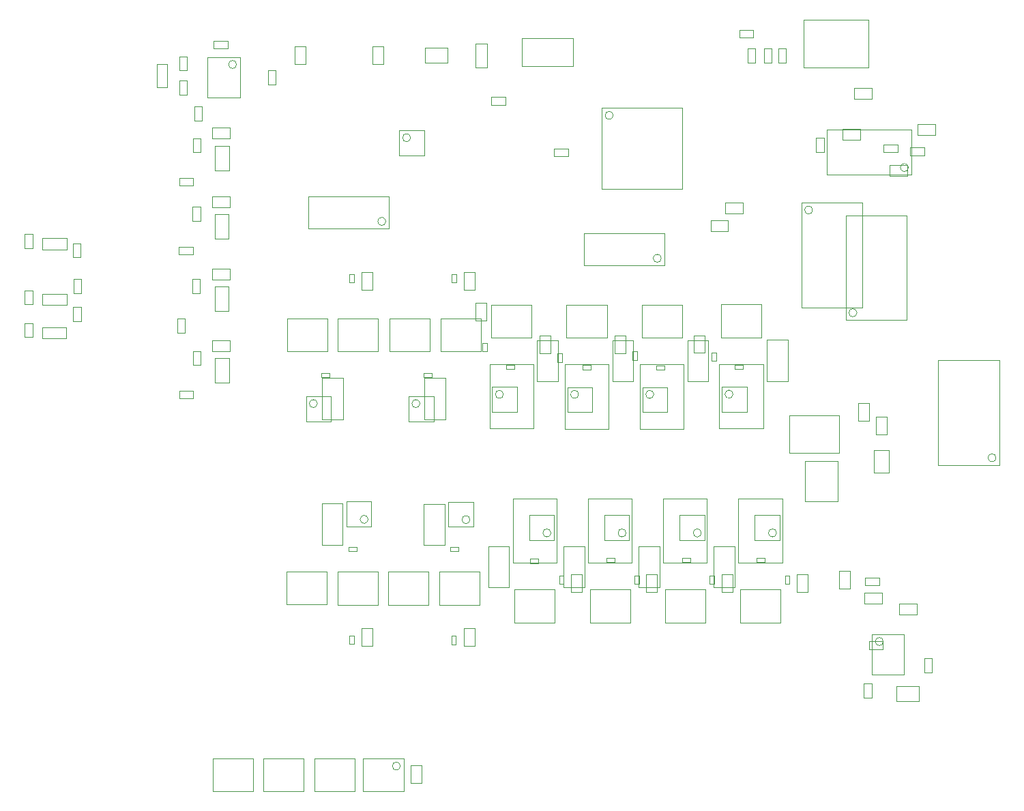
<source format=gbr>
%TF.GenerationSoftware,Altium Limited,Altium Designer,19.0.10 (269)*%
G04 Layer_Color=16711935*
%FSLAX26Y26*%
%MOIN*%
%TF.FileFunction,Other,Mechanical_13*%
%TF.Part,Single*%
G01*
G75*
%TA.AperFunction,NonConductor*%
%ADD71C,0.003937*%
D71*
X4374370Y3469197D02*
G03*
X4374370Y3469197I-19685J0D01*
G01*
X2627766Y1683409D02*
G03*
X2627766Y1683409I-19685J0D01*
G01*
X2995188D02*
G03*
X2995188Y1683409I-19685J0D01*
G01*
X3362609D02*
G03*
X3362609Y1683409I-19685J0D01*
G01*
X3730030D02*
G03*
X3730030Y1683409I-19685J0D01*
G01*
X1486299Y2315591D02*
G03*
X1486299Y2315591I-19685J0D01*
G01*
X3517480Y2361697D02*
G03*
X3517480Y2361697I-19685J0D01*
G01*
X3130516Y2360484D02*
G03*
X3130516Y2360484I-19685J0D01*
G01*
X2763095Y2360591D02*
G03*
X2763095Y2360591I-19685J0D01*
G01*
X2395673Y2361061D02*
G03*
X2395673Y2361061I-19685J0D01*
G01*
X1987736Y2315591D02*
G03*
X1987736Y2315591I-19685J0D01*
G01*
X2931890Y3724055D02*
G03*
X2931890Y3724055I-19685J0D01*
G01*
X3167102Y3025693D02*
G03*
X3167102Y3025693I-19685J0D01*
G01*
X3906512Y3261472D02*
G03*
X3906512Y3261472I-19685J0D01*
G01*
X1892022Y544307D02*
G03*
X1892022Y544307I-19685J0D01*
G01*
X4123084Y2759528D02*
G03*
X4123084Y2759528I-19685J0D01*
G01*
X1091992Y3972992D02*
G03*
X1091992Y3972992I-19685J0D01*
G01*
X1942094Y3614590D02*
G03*
X1942094Y3614590I-19685J0D01*
G01*
X1821102Y3206045D02*
G03*
X1821102Y3206045I-19685J0D01*
G01*
X1734799Y1749709D02*
G03*
X1734799Y1749709I-19685J0D01*
G01*
X2232276Y1748409D02*
G03*
X2232276Y1748409I-19685J0D01*
G01*
X4251827Y1152900D02*
G03*
X4251827Y1152900I-19685J0D01*
G01*
X4802858Y2050528D02*
G03*
X4802858Y2050528I-19685J0D01*
G01*
X701409Y3859520D02*
X752591D01*
X701409Y3974480D02*
X752591D01*
X701409Y3859520D02*
Y3974480D01*
X752591Y3859520D02*
Y3974480D01*
X3976732Y3433764D02*
Y3654236D01*
X4390118Y3433764D02*
Y3654236D01*
X3976732D02*
X4390118D01*
X3976732Y3433764D02*
X4390118D01*
X2259441Y4075843D02*
X2314559D01*
X2259441Y3956157D02*
X2314559D01*
Y4075843D01*
X2259441Y3956157D02*
Y4075843D01*
X2337535Y3775937D02*
Y3813338D01*
X2406433Y3775937D02*
Y3813338D01*
X2337535Y3775937D02*
X2406433D01*
X2337535Y3813338D02*
X2406433D01*
X2571716Y2561693D02*
Y2648307D01*
X2624866Y2561693D02*
Y2648307D01*
X2571716D02*
X2624866D01*
X2571716Y2561693D02*
X2624866D01*
X2260425Y2719693D02*
Y2806307D01*
X2313575Y2719693D02*
Y2806307D01*
X2260425D02*
X2313575D01*
X2260425Y2719693D02*
X2313575D01*
X3868387Y1837305D02*
X4029804D01*
X3868387Y2034155D02*
X4029804D01*
X3868387Y1837305D02*
Y2034155D01*
X4029804Y1837305D02*
Y2034155D01*
X3792937Y2075858D02*
X4035063D01*
X3792937Y2258142D02*
X4035063D01*
X3792937Y2075858D02*
Y2258142D01*
X4035063Y2075858D02*
Y2258142D01*
X4269541Y2163423D02*
Y2250037D01*
X4216391Y2163423D02*
Y2250037D01*
Y2163423D02*
X4269541D01*
X4216391Y2250037D02*
X4269541D01*
X4280586Y1978216D02*
Y2088453D01*
X4205783Y1978216D02*
Y2088453D01*
Y1978216D02*
X4280586D01*
X4205783Y2088453D02*
X4280586D01*
X261010Y2796811D02*
Y2851929D01*
X141325Y2796811D02*
Y2851929D01*
Y2796811D02*
X261010D01*
X141325Y2851929D02*
X261010D01*
X260842Y2633258D02*
Y2688376D01*
X141157Y2633258D02*
Y2688376D01*
Y2633258D02*
X260842D01*
X141157Y2688376D02*
X260842D01*
X57132Y2639551D02*
X94533D01*
X57132Y2708449D02*
X94533D01*
Y2639551D02*
Y2708449D01*
X57132Y2639551D02*
Y2708449D01*
X295299Y2855551D02*
X332701D01*
X295299Y2924449D02*
X332701D01*
Y2855551D02*
Y2924449D01*
X295299Y2855551D02*
Y2924449D01*
X294299Y2717551D02*
X331701D01*
X294299Y2786449D02*
X331701D01*
Y2717551D02*
Y2786449D01*
X294299Y2717551D02*
Y2786449D01*
X811799Y3893949D02*
X849201D01*
X811799Y3825051D02*
X849201D01*
X811799D02*
Y3893949D01*
X849201Y3825051D02*
Y3893949D01*
X886799Y3698218D02*
Y3767116D01*
X924201Y3698218D02*
Y3767116D01*
X886799D02*
X924201D01*
X886799Y3698218D02*
X924201D01*
X2521467Y1647976D02*
X2643515D01*
X2521467Y1770024D02*
X2643515D01*
Y1647976D02*
Y1770024D01*
X2521467Y1647976D02*
Y1770024D01*
X2888889Y1647976D02*
X3010936D01*
X2888889Y1770024D02*
X3010936D01*
Y1647976D02*
Y1770024D01*
X2888889Y1647976D02*
Y1770024D01*
X3256310Y1647976D02*
X3378357D01*
X3256310Y1770024D02*
X3378357D01*
Y1647976D02*
Y1770024D01*
X3256310Y1647976D02*
Y1770024D01*
X3623731Y1647976D02*
X3745779D01*
X3623731Y1770024D02*
X3745779D01*
Y1647976D02*
Y1770024D01*
X3623731Y1647976D02*
Y1770024D01*
X1639248Y1615535D02*
X1679799D01*
X1639248Y1595063D02*
X1679799D01*
Y1615535D01*
X1639248Y1595063D02*
Y1615535D01*
X2136724Y1614236D02*
X2177276D01*
X2136724Y1593764D02*
X2177276D01*
Y1614236D01*
X2136724Y1593764D02*
Y1614236D01*
X2526724Y1535764D02*
Y1556236D01*
X2567276Y1535764D02*
Y1556236D01*
X2526724Y1535764D02*
X2567276D01*
X2526724Y1556236D02*
X2567276D01*
X2897724Y1539764D02*
Y1560236D01*
X2938276Y1539764D02*
Y1560236D01*
X2897724Y1539764D02*
X2938276D01*
X2897724Y1560236D02*
X2938276D01*
X3267724Y1541116D02*
Y1561589D01*
X3308276Y1541116D02*
Y1561589D01*
X3267724Y1541116D02*
X3308276D01*
X3267724Y1561589D02*
X3308276D01*
X3633724Y1541116D02*
Y1561589D01*
X3674276Y1541116D02*
Y1561589D01*
X3633724Y1541116D02*
X3674276D01*
X3633724Y1561589D02*
X3674276D01*
X1504724Y2444764D02*
X1545276D01*
X1504724Y2465236D02*
X1545276D01*
X1504724Y2444764D02*
Y2465236D01*
X1545276Y2444764D02*
Y2465236D01*
X1553228Y2228976D02*
Y2351024D01*
X1431181Y2228976D02*
Y2351024D01*
Y2228976D02*
X1553228D01*
X1431181Y2351024D02*
X1553228D01*
X2450276Y2482882D02*
Y2503354D01*
X2409724Y2482882D02*
Y2503354D01*
X2450276D01*
X2409724Y2482882D02*
X2450276D01*
X3566276Y2483518D02*
Y2503990D01*
X3525724Y2483518D02*
Y2503990D01*
X3566276D01*
X3525724Y2483518D02*
X3566276D01*
X3462362Y2397130D02*
X3584409D01*
X3462362Y2275083D02*
X3584409D01*
X3462362D02*
Y2397130D01*
X3584409Y2275083D02*
Y2397130D01*
X3183276Y2482305D02*
Y2502778D01*
X3142724Y2482305D02*
Y2502778D01*
X3183276D01*
X3142724Y2482305D02*
X3183276D01*
X3075398Y2395917D02*
X3197445D01*
X3075398Y2273870D02*
X3197445D01*
X3075398D02*
Y2395917D01*
X3197445Y2273870D02*
Y2395917D01*
X2822276Y2482411D02*
Y2502884D01*
X2781724Y2482411D02*
Y2502884D01*
X2822276D01*
X2781724Y2482411D02*
X2822276D01*
X2707976Y2396024D02*
X2830024D01*
X2707976Y2273976D02*
X2830024D01*
X2707976D02*
Y2396024D01*
X2830024Y2273976D02*
Y2396024D01*
X2340555Y2396494D02*
X2462602D01*
X2340555Y2274447D02*
X2462602D01*
X2340555D02*
Y2396494D01*
X2462602Y2274447D02*
Y2396494D01*
X2054666Y2228976D02*
Y2351024D01*
X1932618Y2228976D02*
Y2351024D01*
Y2228976D02*
X2054666D01*
X1932618Y2351024D02*
X2054666D01*
X2006162Y2444764D02*
X2046713D01*
X2006162Y2465236D02*
X2046713D01*
X2006162Y2444764D02*
Y2465236D01*
X2046713Y2444764D02*
Y2465236D01*
X2876772Y3365787D02*
X3270472D01*
X2876772Y3759488D02*
X3270472D01*
Y3365787D02*
Y3759488D01*
X2876772Y3365787D02*
Y3759488D01*
X4157299Y947024D02*
X4194701D01*
X4157299Y878126D02*
X4194701D01*
Y947024D01*
X4157299Y878126D02*
Y947024D01*
X4315882Y861197D02*
Y936000D01*
X4426118Y861197D02*
Y936000D01*
X4315882D02*
X4426118D01*
X4315882Y861197D02*
X4426118D01*
X4246307Y1338782D02*
Y1391931D01*
X4159693Y1338782D02*
Y1391931D01*
Y1338782D02*
X4246307D01*
X4159693Y1391931D02*
X4246307D01*
X2688731Y1418606D02*
X2791093D01*
X2688731Y1619394D02*
X2791093D01*
X2688731Y1418606D02*
Y1619394D01*
X2791093Y1418606D02*
Y1619394D01*
X3056153Y1418606D02*
X3158515D01*
X3056153Y1619394D02*
X3158515D01*
X3056153Y1418606D02*
Y1619394D01*
X3158515Y1418606D02*
Y1619394D01*
X3525936Y1418606D02*
Y1619394D01*
X3423574Y1418606D02*
Y1619394D01*
X3525936D01*
X3423574Y1418606D02*
X3525936D01*
X2108181Y1624286D02*
Y1825073D01*
X2005819Y1624286D02*
Y1825073D01*
X2108181D01*
X2005819Y1624286D02*
X2108181D01*
X1610705Y1625585D02*
Y1826372D01*
X1508342Y1625585D02*
Y1826372D01*
X1610705D01*
X1508342Y1625585D02*
X1610705D01*
X1508819Y2238927D02*
Y2439714D01*
X1611181Y2238927D02*
Y2439714D01*
X1508819Y2238927D02*
X1611181D01*
X1508819Y2439714D02*
X1611181D01*
X2010256Y2238927D02*
Y2439714D01*
X2112618Y2238927D02*
Y2439714D01*
X2010256Y2238927D02*
X2112618D01*
X2010256Y2439714D02*
X2112618D01*
X3682205Y2626500D02*
X3784567D01*
X3682205Y2425713D02*
X3784567D01*
Y2626500D01*
X3682205Y2425713D02*
Y2626500D01*
X3295240Y2424500D02*
Y2625287D01*
X3397602Y2424500D02*
Y2625287D01*
X3295240Y2424500D02*
X3397602D01*
X3295240Y2625287D02*
X3397602D01*
X2927819Y2424606D02*
Y2625394D01*
X3030181Y2424606D02*
Y2625394D01*
X2927819Y2424606D02*
X3030181D01*
X2927819Y2625394D02*
X3030181D01*
X2560398Y2625864D02*
X2662760D01*
X2560398Y2425077D02*
X2662760D01*
Y2625864D01*
X2560398Y2425077D02*
Y2625864D01*
X2328380Y2507321D02*
X2542553D01*
X2328380Y2193148D02*
X2542553D01*
Y2507321D01*
X2328380Y2193148D02*
Y2507321D01*
X2695801Y2506851D02*
X2909974D01*
X2695801Y2192677D02*
X2909974D01*
Y2506851D01*
X2695801Y2192677D02*
Y2506851D01*
X3063222Y2506744D02*
X3277396D01*
X3063222Y2192571D02*
X3277396D01*
Y2506744D01*
X3063222Y2192571D02*
Y2506744D01*
X3450187Y2507957D02*
X3664360D01*
X3450187Y2193784D02*
X3664360D01*
Y2507957D01*
X3450187Y2193784D02*
Y2507957D01*
X3543781Y1537149D02*
X3757954D01*
X3543781Y1851323D02*
X3757954D01*
X3543781Y1537149D02*
Y1851323D01*
X3757954Y1537149D02*
Y1851323D01*
X3176359Y1537149D02*
X3390532D01*
X3176359Y1851323D02*
X3390532D01*
X3176359Y1537149D02*
Y1851323D01*
X3390532Y1537149D02*
Y1851323D01*
X2808938Y1537149D02*
X3023111D01*
X2808938Y1851323D02*
X3023111D01*
X2808938Y1537149D02*
Y1851323D01*
X3023111Y1537149D02*
Y1851323D01*
X2441517Y1537149D02*
X2655690D01*
X2441517Y1851323D02*
X2655690D01*
X2441517Y1537149D02*
Y1851323D01*
X2655690Y1537149D02*
Y1851323D01*
X3552639Y1245250D02*
X3749489D01*
X3552639Y1406667D02*
X3749489D01*
X3552639Y1245250D02*
Y1406667D01*
X3749489Y1245250D02*
Y1406667D01*
X3185218Y1245250D02*
X3382068D01*
X3185218Y1406667D02*
X3382068D01*
X3185218Y1245250D02*
Y1406667D01*
X3382068Y1245250D02*
Y1406667D01*
X2817796Y1245250D02*
X3014647D01*
X2817796Y1406667D02*
X3014647D01*
X2817796Y1245250D02*
Y1406667D01*
X3014647Y1245250D02*
Y1406667D01*
X2450375Y1245250D02*
X2647225D01*
X2450375Y1406667D02*
X2647225D01*
X2450375Y1245250D02*
Y1406667D01*
X2647225Y1245250D02*
Y1406667D01*
X2082051Y1331480D02*
X2278902D01*
X2082051Y1492898D02*
X2278902D01*
X2082051Y1331480D02*
Y1492898D01*
X2278902Y1331480D02*
Y1492898D01*
X1833656Y1332780D02*
X2030506D01*
X1833656Y1494197D02*
X2030506D01*
X1833656Y1332780D02*
Y1494197D01*
X2030506Y1332780D02*
Y1494197D01*
X1584575Y1332780D02*
X1781425D01*
X1584575Y1494197D02*
X1781425D01*
X1584575Y1332780D02*
Y1494197D01*
X1781425Y1332780D02*
Y1494197D01*
X1336179Y1334079D02*
X1533029D01*
X1336179Y1495496D02*
X1533029D01*
X1336179Y1334079D02*
Y1495496D01*
X1533029Y1334079D02*
Y1495496D01*
X1338098Y2732520D02*
X1534949D01*
X1338098Y2571102D02*
X1534949D01*
Y2732520D01*
X1338098Y2571102D02*
Y2732520D01*
X1586494Y2731220D02*
X1783344D01*
X1586494Y2569803D02*
X1783344D01*
Y2731220D01*
X1586494Y2569803D02*
Y2731220D01*
X1839535Y2732520D02*
X2036386D01*
X1839535Y2571102D02*
X2036386D01*
Y2732520D01*
X1839535Y2571102D02*
Y2732520D01*
X2087931Y2731220D02*
X2284782D01*
X2087931Y2569803D02*
X2284782D01*
Y2731220D01*
X2087931Y2569803D02*
Y2731220D01*
X2336844Y2799220D02*
X2533695D01*
X2336844Y2637803D02*
X2533695D01*
Y2799220D01*
X2336844Y2637803D02*
Y2799220D01*
X2704266Y2798750D02*
X2901116D01*
X2704266Y2637333D02*
X2901116D01*
Y2798750D01*
X2704266Y2637333D02*
Y2798750D01*
X3071687Y2798644D02*
X3268537D01*
X3071687Y2637227D02*
X3268537D01*
Y2798644D01*
X3071687Y2637227D02*
Y2798644D01*
X3458651Y2799856D02*
X3655502D01*
X3458651Y2638439D02*
X3655502D01*
Y2799856D01*
X3458651Y2638439D02*
Y2799856D01*
X4369486Y3426425D02*
Y3479575D01*
X4282872Y3426425D02*
Y3479575D01*
Y3426425D02*
X4369486D01*
X4282872Y3479575D02*
X4369486D01*
X4505307Y3626425D02*
Y3679575D01*
X4418693Y3626425D02*
Y3679575D01*
Y3626425D02*
X4505307D01*
X4418693Y3679575D02*
X4505307D01*
X4383976Y3529299D02*
Y3566701D01*
X4452874Y3529299D02*
Y3566701D01*
X4383976D02*
X4452874D01*
X4383976Y3529299D02*
X4452874D01*
X4322874Y3545299D02*
Y3582701D01*
X4253976Y3545299D02*
Y3582701D01*
Y3545299D02*
X4322874D01*
X4253976Y3582701D02*
X4322874D01*
X3863189Y3958858D02*
Y4191142D01*
X4178150Y3958858D02*
Y4191142D01*
X3863189Y3958858D02*
X4178150D01*
X3863189Y4191142D02*
X4178150D01*
X3547913Y4103283D02*
X3616811D01*
X3547913Y4140685D02*
X3616811D01*
Y4103283D02*
Y4140685D01*
X3547913Y4103283D02*
Y4140685D01*
X3738662Y3982535D02*
X3776063D01*
X3738662Y4051433D02*
X3776063D01*
X3738662Y3982535D02*
Y4051433D01*
X3776063Y3982535D02*
Y4051433D01*
X3706063Y3982535D02*
Y4051433D01*
X3668662Y3982535D02*
Y4051433D01*
X3706063D01*
X3668662Y3982535D02*
X3706063D01*
X3588662Y3982535D02*
X3626063D01*
X3588662Y4051433D02*
X3626063D01*
X3588662Y3982535D02*
Y4051433D01*
X3626063Y3982535D02*
Y4051433D01*
X2735000Y3965480D02*
Y4100520D01*
X2485000Y3965480D02*
X2735000D01*
X2485000Y4100520D02*
X2735000D01*
X2485000Y3965480D02*
Y4100520D01*
X4053118Y3603893D02*
Y3657043D01*
X4139732Y3603893D02*
Y3657043D01*
X4053118D02*
X4139732D01*
X4053118Y3603893D02*
X4139732D01*
X2423672Y1418606D02*
Y1619394D01*
X2321310Y1418606D02*
Y1619394D01*
X2423672D01*
X2321310Y1418606D02*
X2423672D01*
X3494307Y3156425D02*
Y3209575D01*
X3407693Y3156425D02*
Y3209575D01*
X3494307D01*
X3407693Y3156425D02*
X3494307D01*
X3479693Y3244425D02*
Y3297575D01*
X3566307Y3244425D02*
Y3297575D01*
X3479693Y3244425D02*
X3566307D01*
X3479693Y3297575D02*
X3566307D01*
X4330693Y1284425D02*
Y1337575D01*
X4417307Y1284425D02*
Y1337575D01*
X4330693Y1284425D02*
X4417307D01*
X4330693Y1337575D02*
X4417307D01*
X2712449Y3523299D02*
Y3560701D01*
X2643551Y3523299D02*
Y3560701D01*
X2712449D01*
X2643551Y3523299D02*
X2712449D01*
X2789150Y2990260D02*
X3182850D01*
X2789150Y3147740D02*
X3182850D01*
Y2990260D02*
Y3147740D01*
X2789150Y2990260D02*
Y3147740D01*
X3851394Y2785095D02*
X4150606D01*
X3851394Y3296905D02*
X4150606D01*
Y2785095D02*
Y3296905D01*
X3851394Y2785095D02*
Y3296905D01*
X984685Y2768362D02*
Y2888441D01*
X1053583Y2768362D02*
Y2888441D01*
X984685Y2768362D02*
X1053583D01*
X984685Y2888441D02*
X1053583D01*
X876250Y2855551D02*
Y2924449D01*
X913652Y2855551D02*
Y2924449D01*
X876250D02*
X913652D01*
X876250Y2855551D02*
X913652D01*
X971693Y2922073D02*
Y2975222D01*
X1058307Y2922073D02*
Y2975222D01*
X971693Y2922073D02*
X1058307D01*
X971693Y2975222D02*
X1058307D01*
X803299Y2662551D02*
Y2731449D01*
X840701Y2662551D02*
Y2731449D01*
X803299D02*
X840701D01*
X803299Y2662551D02*
X840701D01*
X1941770Y461693D02*
X1994920D01*
X1941770Y548307D02*
X1994920D01*
X1941770Y461693D02*
Y548307D01*
X1994920Y461693D02*
Y548307D01*
X1710920Y579740D02*
X1907770D01*
X1710920Y422260D02*
X1907770D01*
Y579740D01*
X1710920Y422260D02*
Y579740D01*
X4067966Y2724095D02*
Y3235905D01*
X4367179Y2724095D02*
Y3235905D01*
X4067966Y2724095D02*
X4367179D01*
X4067966Y3235905D02*
X4367179D01*
X1245299Y3944449D02*
X1282701D01*
X1245299Y3875551D02*
X1282701D01*
X1245299D02*
Y3944449D01*
X1282701Y3875551D02*
Y3944449D01*
X848701Y3943551D02*
Y4012449D01*
X811299Y3943551D02*
Y4012449D01*
Y3943551D02*
X848701D01*
X811299Y4012449D02*
X848701D01*
X979551Y4050128D02*
X1048449D01*
X979551Y4087530D02*
X1048449D01*
X979551Y4050128D02*
Y4087530D01*
X1048449Y4050128D02*
Y4087530D01*
X1107740Y3811575D02*
Y4008425D01*
X950260Y3811575D02*
Y4008425D01*
X1107740D01*
X950260Y3811575D02*
X1107740D01*
X4129609Y2232423D02*
X4182759D01*
X4129609Y2319037D02*
X4182759D01*
Y2232423D02*
Y2319037D01*
X4129609Y2232423D02*
Y2319037D01*
X141325Y3123968D02*
X261010D01*
X141325Y3068850D02*
X261010D01*
X141325D02*
Y3123968D01*
X261010Y3068850D02*
Y3123968D01*
X330701Y3030551D02*
Y3099449D01*
X293299Y3030551D02*
Y3099449D01*
Y3030551D02*
X330701D01*
X293299Y3099449D02*
X330701D01*
X94701Y2799551D02*
Y2868449D01*
X57299Y2799551D02*
Y2868449D01*
Y2799551D02*
X94701D01*
X57299Y2868449D02*
X94701D01*
Y3073961D02*
Y3142858D01*
X57299Y3073961D02*
Y3142858D01*
Y3073961D02*
X94701D01*
X57299Y3142858D02*
X94701D01*
X2009024Y3527976D02*
Y3650024D01*
X1886976Y3527976D02*
Y3650024D01*
Y3527976D02*
X2009024D01*
X1886976Y3650024D02*
X2009024D01*
X1443150Y3170612D02*
X1836850D01*
X1443150Y3328092D02*
X1836850D01*
Y3170612D02*
Y3328092D01*
X1443150Y3170612D02*
Y3328092D01*
X973559Y2570270D02*
Y2623419D01*
X1060173Y2570270D02*
Y2623419D01*
X973559Y2570270D02*
X1060173D01*
X973559Y2623419D02*
X1060173D01*
X876982Y3208748D02*
Y3277646D01*
X914384Y3208748D02*
Y3277646D01*
X876982D02*
X914384D01*
X876982Y3208748D02*
X914384D01*
X972425Y3275270D02*
Y3328419D01*
X1059039Y3275270D02*
Y3328419D01*
X972425Y3275270D02*
X1059039D01*
X972425Y3328419D02*
X1059039D01*
X810417Y3045299D02*
X879315D01*
X810417Y3082701D02*
X879315D01*
X810417Y3045299D02*
Y3082701D01*
X879315Y3045299D02*
Y3082701D01*
X986551Y2416559D02*
Y2536638D01*
X1055449Y2416559D02*
Y2536638D01*
X986551Y2416559D02*
X1055449D01*
X986551Y2536638D02*
X1055449D01*
X878116Y2503748D02*
Y2572646D01*
X915518Y2503748D02*
Y2572646D01*
X878116D02*
X915518D01*
X878116Y2503748D02*
X915518D01*
X811551Y2340299D02*
X880449D01*
X811551Y2377701D02*
X880449D01*
X811551Y2340299D02*
Y2377701D01*
X880449Y2340299D02*
Y2377701D01*
X985417Y3121559D02*
Y3241638D01*
X1054315Y3121559D02*
Y3241638D01*
X985417Y3121559D02*
X1054315D01*
X985417Y3241638D02*
X1054315D01*
X986551Y3455961D02*
Y3576039D01*
X1055449Y3455961D02*
Y3576039D01*
X986551Y3455961D02*
X1055449D01*
X986551Y3576039D02*
X1055449D01*
X878116Y3543149D02*
Y3612047D01*
X915518Y3543149D02*
Y3612047D01*
X878116D02*
X915518D01*
X878116Y3543149D02*
X915518D01*
X973559Y3609671D02*
Y3662821D01*
X1060173Y3609671D02*
Y3662821D01*
X973559Y3609671D02*
X1060173D01*
X973559Y3662821D02*
X1060173D01*
X811551Y3379701D02*
X880449D01*
X811551Y3417102D02*
X880449D01*
X811551Y3379701D02*
Y3417102D01*
X880449Y3379701D02*
Y3417102D01*
X2726625Y1482307D02*
X2779774D01*
X2726625Y1395693D02*
X2779774D01*
X2726625D02*
Y1482307D01*
X2779774Y1395693D02*
Y1482307D01*
X2668987Y1433331D02*
X2690640D01*
X2668987Y1474669D02*
X2690640D01*
Y1433331D02*
Y1474669D01*
X2668987Y1433331D02*
Y1474669D01*
X2660173Y2518354D02*
X2681827D01*
X2660173Y2559692D02*
X2681827D01*
Y2518354D02*
Y2559692D01*
X2660173Y2518354D02*
Y2559692D01*
X2939138Y2561587D02*
X2992287D01*
X2939138Y2648201D02*
X2992287D01*
Y2561587D02*
Y2648201D01*
X2939138Y2561587D02*
Y2648201D01*
X3026904Y2528331D02*
X3048557D01*
X3026904Y2569669D02*
X3048557D01*
Y2528331D02*
Y2569669D01*
X3026904Y2528331D02*
Y2569669D01*
X3828889Y1482307D02*
X3882039D01*
X3828889Y1395693D02*
X3882039D01*
X3828889D02*
Y1482307D01*
X3882039Y1395693D02*
Y1482307D01*
X3771251Y1433331D02*
X3792905D01*
X3771251Y1474669D02*
X3792905D01*
Y1433331D02*
Y1474669D01*
X3771251Y1433331D02*
Y1474669D01*
X2203927Y2958307D02*
X2257077D01*
X2203927Y2871693D02*
X2257077D01*
X2203927D02*
Y2958307D01*
X2257077Y2871693D02*
Y2958307D01*
X2144321Y2906968D02*
X2165975D01*
X2144321Y2948307D02*
X2165975D01*
Y2906968D02*
Y2948307D01*
X2144321Y2906968D02*
Y2948307D01*
X1702490Y2958307D02*
X1755640D01*
X1702490Y2871693D02*
X1755640D01*
X1702490D02*
Y2958307D01*
X1755640Y2871693D02*
Y2958307D01*
X1642884Y2906968D02*
X1664537D01*
X1642884Y2948307D02*
X1664537D01*
Y2906968D02*
Y2948307D01*
X1642884Y2906968D02*
Y2948307D01*
X2201360Y1130693D02*
X2254510D01*
X2201360Y1217307D02*
X2254510D01*
Y1130693D02*
Y1217307D01*
X2201360Y1130693D02*
Y1217307D01*
X2141173Y1179669D02*
X2162827D01*
X2141173Y1138331D02*
X2162827D01*
X2141173D02*
Y1179669D01*
X2162827Y1138331D02*
Y1179669D01*
X1703883Y1131992D02*
X1757033D01*
X1703883Y1218606D02*
X1757033D01*
Y1131992D02*
Y1218606D01*
X1703883Y1131992D02*
Y1218606D01*
X1643697Y1180969D02*
X1665350D01*
X1643697Y1139630D02*
X1665350D01*
X1643697D02*
Y1180969D01*
X1665350Y1139630D02*
Y1180969D01*
X3326102Y2562799D02*
X3379252D01*
X3326102Y2649413D02*
X3379252D01*
Y2562799D02*
Y2649413D01*
X3326102Y2562799D02*
Y2649413D01*
X3413868Y2523035D02*
X3435522D01*
X3413868Y2564374D02*
X3435522D01*
Y2523035D02*
Y2564374D01*
X3413868Y2523035D02*
Y2564374D01*
X2293429Y2569801D02*
X2315082D01*
X2293429Y2611140D02*
X2315082D01*
Y2569801D02*
Y2611140D01*
X2293429Y2569801D02*
Y2611140D01*
X3461468Y1482307D02*
X3514617D01*
X3461468Y1395693D02*
X3514617D01*
X3461468D02*
Y1482307D01*
X3514617Y1395693D02*
Y1482307D01*
X3403830Y1433331D02*
X3425483D01*
X3403830Y1474669D02*
X3425483D01*
Y1433331D02*
Y1474669D01*
X3403830Y1433331D02*
Y1474669D01*
X3036408Y1433331D02*
X3058062D01*
X3036408Y1474669D02*
X3058062D01*
Y1433331D02*
Y1474669D01*
X3036408Y1433331D02*
Y1474669D01*
X3094046Y1482307D02*
X3147196D01*
X3094046Y1395693D02*
X3147196D01*
X3094046D02*
Y1482307D01*
X3147196Y1395693D02*
Y1482307D01*
X1628500Y1714276D02*
X1750547D01*
X1628500Y1836323D02*
X1750547D01*
Y1714276D02*
Y1836323D01*
X1628500Y1714276D02*
Y1836323D01*
X2125976Y1712976D02*
X2248024D01*
X2125976Y1835024D02*
X2248024D01*
Y1712976D02*
Y1835024D01*
X2125976Y1712976D02*
Y1835024D01*
X4181551Y1153057D02*
X4250449D01*
X4181551Y1115656D02*
X4250449D01*
Y1153057D01*
X4181551Y1115656D02*
Y1153057D01*
X4110118Y3856575D02*
X4196732D01*
X4110118Y3803425D02*
X4196732D01*
X4110118D02*
Y3856575D01*
X4196732Y3803425D02*
Y3856575D01*
X3923724Y3544551D02*
Y3613449D01*
X3961126Y3544551D02*
Y3613449D01*
X3923724Y3544551D02*
X3961126D01*
X3923724Y3613449D02*
X3961126D01*
X2012882Y3981047D02*
X2123118D01*
X2012882Y4055850D02*
X2123118D01*
Y3981047D02*
Y4055850D01*
X2012882Y3981047D02*
Y4055850D01*
X1756425Y3975142D02*
Y4061756D01*
X1809575Y3975142D02*
Y4061756D01*
X1756425Y3975142D02*
X1809575D01*
X1756425Y4061756D02*
X1809575D01*
X1430559Y3975142D02*
Y4061756D01*
X1375441Y3975142D02*
Y4061756D01*
X1430559D01*
X1375441Y3975142D02*
X1430559D01*
X1472366Y420803D02*
Y582220D01*
X1669217Y420803D02*
Y582220D01*
X1472366Y420803D02*
X1669217D01*
X1472366Y582220D02*
X1669217D01*
X1223971Y420803D02*
Y582220D01*
X1420821Y420803D02*
Y582220D01*
X1223971Y420803D02*
X1420821D01*
X1223971Y582220D02*
X1420821D01*
X975575Y420803D02*
Y582220D01*
X1172425Y420803D02*
Y582220D01*
X975575Y420803D02*
X1172425D01*
X975575Y582220D02*
X1172425D01*
X4090575Y1410693D02*
Y1497307D01*
X4037425Y1410693D02*
Y1497307D01*
X4090575D01*
X4037425Y1410693D02*
X4090575D01*
X4196709Y991482D02*
X4354189D01*
X4196709Y1188333D02*
X4354189D01*
Y991482D02*
Y1188333D01*
X4196709Y991482D02*
Y1188333D01*
X4489701Y1001010D02*
Y1069908D01*
X4452299Y1001010D02*
Y1069908D01*
X4489701D01*
X4452299Y1001010D02*
X4489701D01*
X4162551Y1465701D02*
X4231449D01*
X4162551Y1428299D02*
X4231449D01*
X4162551D02*
Y1465701D01*
X4231449Y1428299D02*
Y1465701D01*
X4519394Y2526905D02*
X4818606D01*
X4519394Y2015094D02*
X4818606D01*
X4519394D02*
Y2526905D01*
X4818606Y2015094D02*
Y2526905D01*
%TF.MD5,272cef2b0c5cfe6971c94310a18c3ead*%
M02*

</source>
